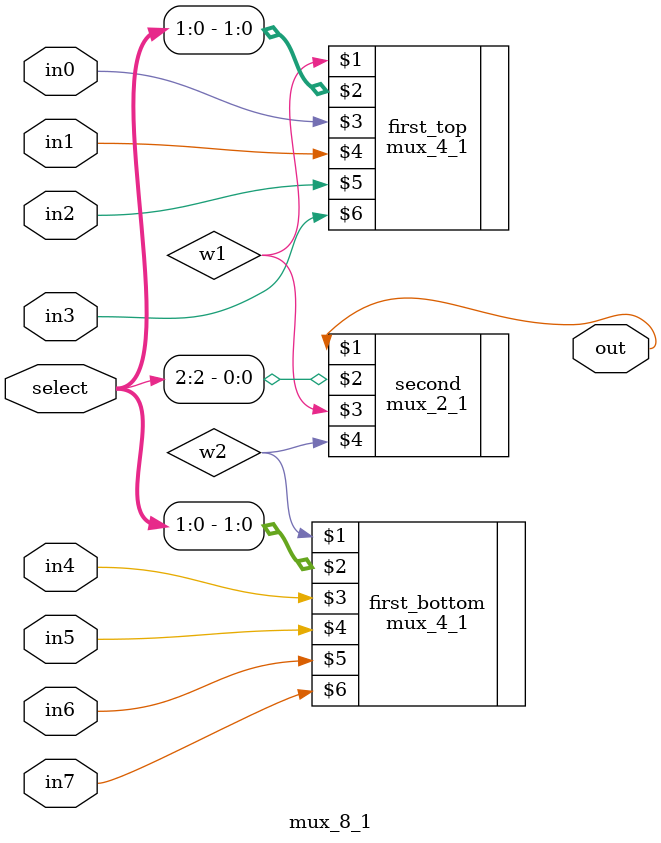
<source format=v>
module mux_8_1(out,select,in0,in1,in2,in3,in4,in5,in6,in7);
    input [2:0] select;
    input in0, in1, in2, in3, in4, in5, in6, in7;
    output out;
    wire w1,w2;

    mux_4_1 first_top(w1,select[1:0],in0,in1,in2,in3);
    mux_4_1 first_bottom(w2,select[1:0],in4,in5,in6,in7);
    mux_2_1 second(out,select[2],w1,w2);

endmodule
</source>
